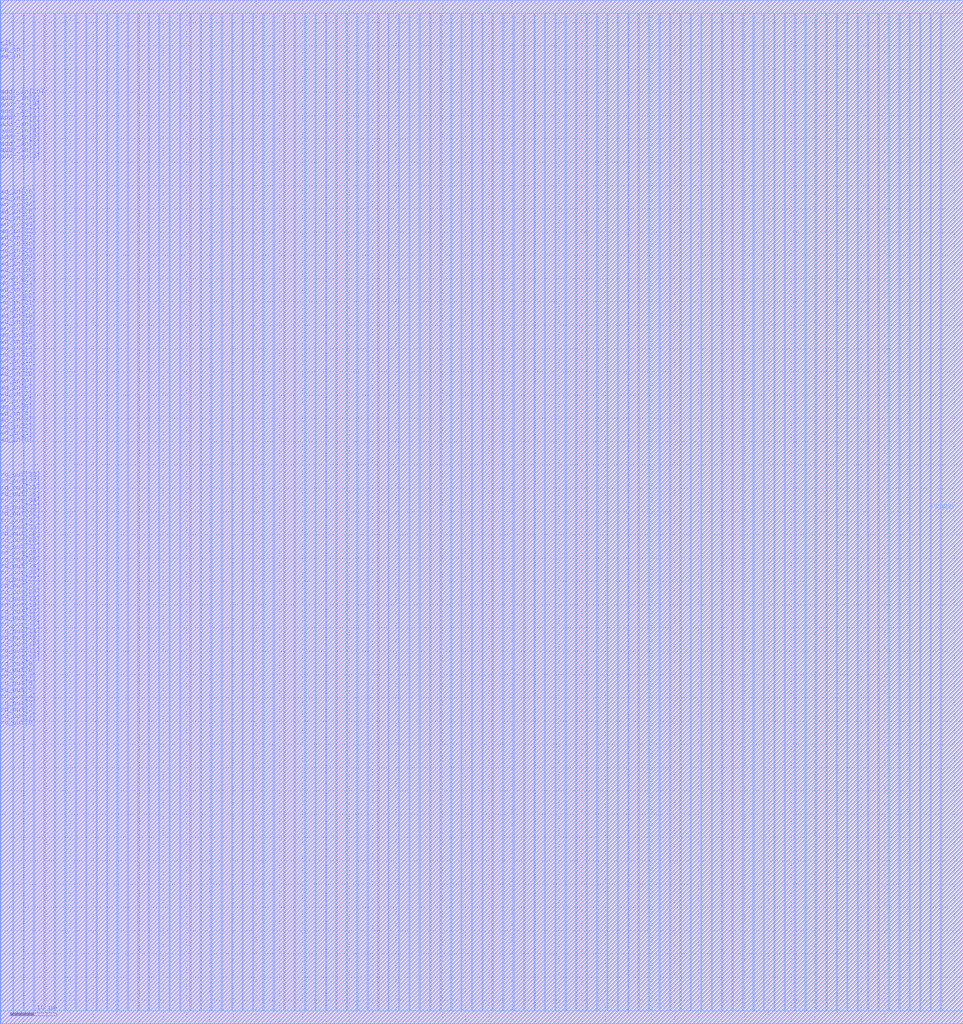
<source format=lef>
VERSION 5.7 ;
BUSBITCHARS "[]" ;
MACRO fakeram45_2048x39_bottom
  FOREIGN fakeram45_2048x39_bottom 0 0 ;
  SYMMETRY X Y R90 ;
  SIZE 206.910 BY 219.800 ;
  CLASS BLOCK ;
  PIN rd_out[0]
    DIRECTION OUTPUT ;
    USE SIGNAL ;
    SHAPE ABUTMENT ;
    PORT
      LAYER M3 ;
      RECT 0.000 63.560 0.070 63.630 ;
    END
  END rd_out[0]
  PIN rd_out[1]
    DIRECTION OUTPUT ;
    USE SIGNAL ;
    SHAPE ABUTMENT ;
    PORT
      LAYER M3 ;
      RECT 0.000 64.960 0.070 65.030 ;
    END
  END rd_out[1]
  PIN rd_out[2]
    DIRECTION OUTPUT ;
    USE SIGNAL ;
    SHAPE ABUTMENT ;
    PORT
      LAYER M3 ;
      RECT 0.000 66.360 0.070 66.430 ;
    END
  END rd_out[2]
  PIN rd_out[3]
    DIRECTION OUTPUT ;
    USE SIGNAL ;
    SHAPE ABUTMENT ;
    PORT
      LAYER M3 ;
      RECT 0.000 67.760 0.070 67.830 ;
    END
  END rd_out[3]
  PIN rd_out[4]
    DIRECTION OUTPUT ;
    USE SIGNAL ;
    SHAPE ABUTMENT ;
    PORT
      LAYER M3 ;
      RECT 0.000 69.160 0.070 69.230 ;
    END
  END rd_out[4]
  PIN rd_out[5]
    DIRECTION OUTPUT ;
    USE SIGNAL ;
    SHAPE ABUTMENT ;
    PORT
      LAYER M3 ;
      RECT 0.000 70.560 0.070 70.630 ;
    END
  END rd_out[5]
  PIN rd_out[6]
    DIRECTION OUTPUT ;
    USE SIGNAL ;
    SHAPE ABUTMENT ;
    PORT
      LAYER M3 ;
      RECT 0.000 71.960 0.070 72.030 ;
    END
  END rd_out[6]
  PIN rd_out[7]
    DIRECTION OUTPUT ;
    USE SIGNAL ;
    SHAPE ABUTMENT ;
    PORT
      LAYER M3 ;
      RECT 0.000 73.360 0.070 73.430 ;
    END
  END rd_out[7]
  PIN rd_out[8]
    DIRECTION OUTPUT ;
    USE SIGNAL ;
    SHAPE ABUTMENT ;
    PORT
      LAYER M3 ;
      RECT 0.000 74.760 0.070 74.830 ;
    END
  END rd_out[8]
  PIN rd_out[9]
    DIRECTION OUTPUT ;
    USE SIGNAL ;
    SHAPE ABUTMENT ;
    PORT
      LAYER M3 ;
      RECT 0.000 76.160 0.070 76.230 ;
    END
  END rd_out[9]
  PIN rd_out[10]
    DIRECTION OUTPUT ;
    USE SIGNAL ;
    SHAPE ABUTMENT ;
    PORT
      LAYER M3 ;
      RECT 0.000 77.560 0.070 77.630 ;
    END
  END rd_out[10]
  PIN rd_out[11]
    DIRECTION OUTPUT ;
    USE SIGNAL ;
    SHAPE ABUTMENT ;
    PORT
      LAYER M3 ;
      RECT 0.000 78.960 0.070 79.030 ;
    END
  END rd_out[11]
  PIN rd_out[12]
    DIRECTION OUTPUT ;
    USE SIGNAL ;
    SHAPE ABUTMENT ;
    PORT
      LAYER M3 ;
      RECT 0.000 80.360 0.070 80.430 ;
    END
  END rd_out[12]
  PIN rd_out[13]
    DIRECTION OUTPUT ;
    USE SIGNAL ;
    SHAPE ABUTMENT ;
    PORT
      LAYER M3 ;
      RECT 0.000 81.760 0.070 81.830 ;
    END
  END rd_out[13]
  PIN rd_out[14]
    DIRECTION OUTPUT ;
    USE SIGNAL ;
    SHAPE ABUTMENT ;
    PORT
      LAYER M3 ;
      RECT 0.000 83.160 0.070 83.230 ;
    END
  END rd_out[14]
  PIN rd_out[15]
    DIRECTION OUTPUT ;
    USE SIGNAL ;
    SHAPE ABUTMENT ;
    PORT
      LAYER M3 ;
      RECT 0.000 84.560 0.070 84.630 ;
    END
  END rd_out[15]
  PIN rd_out[16]
    DIRECTION OUTPUT ;
    USE SIGNAL ;
    SHAPE ABUTMENT ;
    PORT
      LAYER M3 ;
      RECT 0.000 85.960 0.070 86.030 ;
    END
  END rd_out[16]
  PIN rd_out[17]
    DIRECTION OUTPUT ;
    USE SIGNAL ;
    SHAPE ABUTMENT ;
    PORT
      LAYER M3 ;
      RECT 0.000 87.360 0.070 87.430 ;
    END
  END rd_out[17]
  PIN rd_out[18]
    DIRECTION OUTPUT ;
    USE SIGNAL ;
    SHAPE ABUTMENT ;
    PORT
      LAYER M3 ;
      RECT 0.000 88.760 0.070 88.830 ;
    END
  END rd_out[18]
  PIN rd_out[19]
    DIRECTION OUTPUT ;
    USE SIGNAL ;
    SHAPE ABUTMENT ;
    PORT
      LAYER M3 ;
      RECT 0.000 90.160 0.070 90.230 ;
    END
  END rd_out[19]
  PIN rd_out[20]
    DIRECTION OUTPUT ;
    USE SIGNAL ;
    SHAPE ABUTMENT ;
    PORT
      LAYER M3 ;
      RECT 0.000 91.560 0.070 91.630 ;
    END
  END rd_out[20]
  PIN rd_out[21]
    DIRECTION OUTPUT ;
    USE SIGNAL ;
    SHAPE ABUTMENT ;
    PORT
      LAYER M3 ;
      RECT 0.000 92.960 0.070 93.030 ;
    END
  END rd_out[21]
  PIN rd_out[22]
    DIRECTION OUTPUT ;
    USE SIGNAL ;
    SHAPE ABUTMENT ;
    PORT
      LAYER M3 ;
      RECT 0.000 94.360 0.070 94.430 ;
    END
  END rd_out[22]
  PIN rd_out[23]
    DIRECTION OUTPUT ;
    USE SIGNAL ;
    SHAPE ABUTMENT ;
    PORT
      LAYER M3 ;
      RECT 0.000 95.760 0.070 95.830 ;
    END
  END rd_out[23]
  PIN rd_out[24]
    DIRECTION OUTPUT ;
    USE SIGNAL ;
    SHAPE ABUTMENT ;
    PORT
      LAYER M3 ;
      RECT 0.000 97.160 0.070 97.230 ;
    END
  END rd_out[24]
  PIN rd_out[25]
    DIRECTION OUTPUT ;
    USE SIGNAL ;
    SHAPE ABUTMENT ;
    PORT
      LAYER M3 ;
      RECT 0.000 98.560 0.070 98.630 ;
    END
  END rd_out[25]
  PIN rd_out[26]
    DIRECTION OUTPUT ;
    USE SIGNAL ;
    SHAPE ABUTMENT ;
    PORT
      LAYER M3 ;
      RECT 0.000 99.960 0.070 100.030 ;
    END
  END rd_out[26]
  PIN rd_out[27]
    DIRECTION OUTPUT ;
    USE SIGNAL ;
    SHAPE ABUTMENT ;
    PORT
      LAYER M3 ;
      RECT 0.000 101.360 0.070 101.430 ;
    END
  END rd_out[27]
  PIN rd_out[28]
    DIRECTION OUTPUT ;
    USE SIGNAL ;
    SHAPE ABUTMENT ;
    PORT
      LAYER M3 ;
      RECT 0.000 102.760 0.070 102.830 ;
    END
  END rd_out[28]
  PIN rd_out[29]
    DIRECTION OUTPUT ;
    USE SIGNAL ;
    SHAPE ABUTMENT ;
    PORT
      LAYER M3 ;
      RECT 0.000 104.160 0.070 104.230 ;
    END
  END rd_out[29]
  PIN rd_out[30]
    DIRECTION OUTPUT ;
    USE SIGNAL ;
    SHAPE ABUTMENT ;
    PORT
      LAYER M3 ;
      RECT 0.000 105.560 0.070 105.630 ;
    END
  END rd_out[30]
  PIN rd_out[31]
    DIRECTION OUTPUT ;
    USE SIGNAL ;
    SHAPE ABUTMENT ;
    PORT
      LAYER M3 ;
      RECT 0.000 106.960 0.070 107.030 ;
    END
  END rd_out[31]
  PIN rd_out[32]
    DIRECTION OUTPUT ;
    USE SIGNAL ;
    SHAPE ABUTMENT ;
    PORT
      LAYER M3 ;
      RECT 0.000 108.360 0.070 108.430 ;
    END
  END rd_out[32]
  PIN rd_out[33]
    DIRECTION OUTPUT ;
    USE SIGNAL ;
    SHAPE ABUTMENT ;
    PORT
      LAYER M3 ;
      RECT 0.000 109.760 0.070 109.830 ;
    END
  END rd_out[33]
  PIN rd_out[34]
    DIRECTION OUTPUT ;
    USE SIGNAL ;
    SHAPE ABUTMENT ;
    PORT
      LAYER M3 ;
      RECT 0.000 111.160 0.070 111.230 ;
    END
  END rd_out[34]
  PIN rd_out[35]
    DIRECTION OUTPUT ;
    USE SIGNAL ;
    SHAPE ABUTMENT ;
    PORT
      LAYER M3 ;
      RECT 0.000 112.560 0.070 112.630 ;
    END
  END rd_out[35]
  PIN rd_out[36]
    DIRECTION OUTPUT ;
    USE SIGNAL ;
    SHAPE ABUTMENT ;
    PORT
      LAYER M3 ;
      RECT 0.000 113.960 0.070 114.030 ;
    END
  END rd_out[36]
  PIN rd_out[37]
    DIRECTION OUTPUT ;
    USE SIGNAL ;
    SHAPE ABUTMENT ;
    PORT
      LAYER M3 ;
      RECT 0.000 115.360 0.070 115.430 ;
    END
  END rd_out[37]
  PIN rd_out[38]
    DIRECTION OUTPUT ;
    USE SIGNAL ;
    SHAPE ABUTMENT ;
    PORT
      LAYER M3 ;
      RECT 0.000 116.760 0.070 116.830 ;
    END
  END rd_out[38]
  PIN wd_in[0]
    DIRECTION INPUT ;
    USE SIGNAL ;
    SHAPE ABUTMENT ;
    PORT
      LAYER M3 ;
      RECT 0.000 124.320 0.070 124.390 ;
    END
  END wd_in[0]
  PIN wd_in[1]
    DIRECTION INPUT ;
    USE SIGNAL ;
    SHAPE ABUTMENT ;
    PORT
      LAYER M3 ;
      RECT 0.000 125.720 0.070 125.790 ;
    END
  END wd_in[1]
  PIN wd_in[2]
    DIRECTION INPUT ;
    USE SIGNAL ;
    SHAPE ABUTMENT ;
    PORT
      LAYER M3 ;
      RECT 0.000 127.120 0.070 127.190 ;
    END
  END wd_in[2]
  PIN wd_in[3]
    DIRECTION INPUT ;
    USE SIGNAL ;
    SHAPE ABUTMENT ;
    PORT
      LAYER M3 ;
      RECT 0.000 128.520 0.070 128.590 ;
    END
  END wd_in[3]
  PIN wd_in[4]
    DIRECTION INPUT ;
    USE SIGNAL ;
    SHAPE ABUTMENT ;
    PORT
      LAYER M3 ;
      RECT 0.000 129.920 0.070 129.990 ;
    END
  END wd_in[4]
  PIN wd_in[5]
    DIRECTION INPUT ;
    USE SIGNAL ;
    SHAPE ABUTMENT ;
    PORT
      LAYER M3 ;
      RECT 0.000 131.320 0.070 131.390 ;
    END
  END wd_in[5]
  PIN wd_in[6]
    DIRECTION INPUT ;
    USE SIGNAL ;
    SHAPE ABUTMENT ;
    PORT
      LAYER M3 ;
      RECT 0.000 132.720 0.070 132.790 ;
    END
  END wd_in[6]
  PIN wd_in[7]
    DIRECTION INPUT ;
    USE SIGNAL ;
    SHAPE ABUTMENT ;
    PORT
      LAYER M3 ;
      RECT 0.000 134.120 0.070 134.190 ;
    END
  END wd_in[7]
  PIN wd_in[8]
    DIRECTION INPUT ;
    USE SIGNAL ;
    SHAPE ABUTMENT ;
    PORT
      LAYER M3 ;
      RECT 0.000 135.520 0.070 135.590 ;
    END
  END wd_in[8]
  PIN wd_in[9]
    DIRECTION INPUT ;
    USE SIGNAL ;
    SHAPE ABUTMENT ;
    PORT
      LAYER M3 ;
      RECT 0.000 136.920 0.070 136.990 ;
    END
  END wd_in[9]
  PIN wd_in[10]
    DIRECTION INPUT ;
    USE SIGNAL ;
    SHAPE ABUTMENT ;
    PORT
      LAYER M3 ;
      RECT 0.000 138.320 0.070 138.390 ;
    END
  END wd_in[10]
  PIN wd_in[11]
    DIRECTION INPUT ;
    USE SIGNAL ;
    SHAPE ABUTMENT ;
    PORT
      LAYER M3 ;
      RECT 0.000 139.720 0.070 139.790 ;
    END
  END wd_in[11]
  PIN wd_in[12]
    DIRECTION INPUT ;
    USE SIGNAL ;
    SHAPE ABUTMENT ;
    PORT
      LAYER M3 ;
      RECT 0.000 141.120 0.070 141.190 ;
    END
  END wd_in[12]
  PIN wd_in[13]
    DIRECTION INPUT ;
    USE SIGNAL ;
    SHAPE ABUTMENT ;
    PORT
      LAYER M3 ;
      RECT 0.000 142.520 0.070 142.590 ;
    END
  END wd_in[13]
  PIN wd_in[14]
    DIRECTION INPUT ;
    USE SIGNAL ;
    SHAPE ABUTMENT ;
    PORT
      LAYER M3 ;
      RECT 0.000 143.920 0.070 143.990 ;
    END
  END wd_in[14]
  PIN wd_in[15]
    DIRECTION INPUT ;
    USE SIGNAL ;
    SHAPE ABUTMENT ;
    PORT
      LAYER M3 ;
      RECT 0.000 145.320 0.070 145.390 ;
    END
  END wd_in[15]
  PIN wd_in[16]
    DIRECTION INPUT ;
    USE SIGNAL ;
    SHAPE ABUTMENT ;
    PORT
      LAYER M3 ;
      RECT 0.000 146.720 0.070 146.790 ;
    END
  END wd_in[16]
  PIN wd_in[17]
    DIRECTION INPUT ;
    USE SIGNAL ;
    SHAPE ABUTMENT ;
    PORT
      LAYER M3 ;
      RECT 0.000 148.120 0.070 148.190 ;
    END
  END wd_in[17]
  PIN wd_in[18]
    DIRECTION INPUT ;
    USE SIGNAL ;
    SHAPE ABUTMENT ;
    PORT
      LAYER M3 ;
      RECT 0.000 149.520 0.070 149.590 ;
    END
  END wd_in[18]
  PIN wd_in[19]
    DIRECTION INPUT ;
    USE SIGNAL ;
    SHAPE ABUTMENT ;
    PORT
      LAYER M3 ;
      RECT 0.000 150.920 0.070 150.990 ;
    END
  END wd_in[19]
  PIN wd_in[20]
    DIRECTION INPUT ;
    USE SIGNAL ;
    SHAPE ABUTMENT ;
    PORT
      LAYER M3 ;
      RECT 0.000 152.320 0.070 152.390 ;
    END
  END wd_in[20]
  PIN wd_in[21]
    DIRECTION INPUT ;
    USE SIGNAL ;
    SHAPE ABUTMENT ;
    PORT
      LAYER M3 ;
      RECT 0.000 153.720 0.070 153.790 ;
    END
  END wd_in[21]
  PIN wd_in[22]
    DIRECTION INPUT ;
    USE SIGNAL ;
    SHAPE ABUTMENT ;
    PORT
      LAYER M3 ;
      RECT 0.000 155.120 0.070 155.190 ;
    END
  END wd_in[22]
  PIN wd_in[23]
    DIRECTION INPUT ;
    USE SIGNAL ;
    SHAPE ABUTMENT ;
    PORT
      LAYER M3 ;
      RECT 0.000 156.520 0.070 156.590 ;
    END
  END wd_in[23]
  PIN wd_in[24]
    DIRECTION INPUT ;
    USE SIGNAL ;
    SHAPE ABUTMENT ;
    PORT
      LAYER M3 ;
      RECT 0.000 157.920 0.070 157.990 ;
    END
  END wd_in[24]
  PIN wd_in[25]
    DIRECTION INPUT ;
    USE SIGNAL ;
    SHAPE ABUTMENT ;
    PORT
      LAYER M3 ;
      RECT 0.000 159.320 0.070 159.390 ;
    END
  END wd_in[25]
  PIN wd_in[26]
    DIRECTION INPUT ;
    USE SIGNAL ;
    SHAPE ABUTMENT ;
    PORT
      LAYER M3 ;
      RECT 0.000 160.720 0.070 160.790 ;
    END
  END wd_in[26]
  PIN wd_in[27]
    DIRECTION INPUT ;
    USE SIGNAL ;
    SHAPE ABUTMENT ;
    PORT
      LAYER M3 ;
      RECT 0.000 162.120 0.070 162.190 ;
    END
  END wd_in[27]
  PIN wd_in[28]
    DIRECTION INPUT ;
    USE SIGNAL ;
    SHAPE ABUTMENT ;
    PORT
      LAYER M3 ;
      RECT 0.000 163.520 0.070 163.590 ;
    END
  END wd_in[28]
  PIN wd_in[29]
    DIRECTION INPUT ;
    USE SIGNAL ;
    SHAPE ABUTMENT ;
    PORT
      LAYER M3 ;
      RECT 0.000 164.920 0.070 164.990 ;
    END
  END wd_in[29]
  PIN wd_in[30]
    DIRECTION INPUT ;
    USE SIGNAL ;
    SHAPE ABUTMENT ;
    PORT
      LAYER M3 ;
      RECT 0.000 166.320 0.070 166.390 ;
    END
  END wd_in[30]
  PIN wd_in[31]
    DIRECTION INPUT ;
    USE SIGNAL ;
    SHAPE ABUTMENT ;
    PORT
      LAYER M3 ;
      RECT 0.000 167.720 0.070 167.790 ;
    END
  END wd_in[31]
  PIN wd_in[32]
    DIRECTION INPUT ;
    USE SIGNAL ;
    SHAPE ABUTMENT ;
    PORT
      LAYER M3 ;
      RECT 0.000 169.120 0.070 169.190 ;
    END
  END wd_in[32]
  PIN wd_in[33]
    DIRECTION INPUT ;
    USE SIGNAL ;
    SHAPE ABUTMENT ;
    PORT
      LAYER M3 ;
      RECT 0.000 170.520 0.070 170.590 ;
    END
  END wd_in[33]
  PIN wd_in[34]
    DIRECTION INPUT ;
    USE SIGNAL ;
    SHAPE ABUTMENT ;
    PORT
      LAYER M3 ;
      RECT 0.000 171.920 0.070 171.990 ;
    END
  END wd_in[34]
  PIN wd_in[35]
    DIRECTION INPUT ;
    USE SIGNAL ;
    SHAPE ABUTMENT ;
    PORT
      LAYER M3 ;
      RECT 0.000 173.320 0.070 173.390 ;
    END
  END wd_in[35]
  PIN wd_in[36]
    DIRECTION INPUT ;
    USE SIGNAL ;
    SHAPE ABUTMENT ;
    PORT
      LAYER M3 ;
      RECT 0.000 174.720 0.070 174.790 ;
    END
  END wd_in[36]
  PIN wd_in[37]
    DIRECTION INPUT ;
    USE SIGNAL ;
    SHAPE ABUTMENT ;
    PORT
      LAYER M3 ;
      RECT 0.000 176.120 0.070 176.190 ;
    END
  END wd_in[37]
  PIN wd_in[38]
    DIRECTION INPUT ;
    USE SIGNAL ;
    SHAPE ABUTMENT ;
    PORT
      LAYER M3 ;
      RECT 0.000 177.520 0.070 177.590 ;
    END
  END wd_in[38]
  PIN addr_in[0]
    DIRECTION INPUT ;
    USE SIGNAL ;
    SHAPE ABUTMENT ;
    PORT
      LAYER M3 ;
      RECT 0.000 185.080 0.070 185.150 ;
    END
  END addr_in[0]
  PIN addr_in[1]
    DIRECTION INPUT ;
    USE SIGNAL ;
    SHAPE ABUTMENT ;
    PORT
      LAYER M3 ;
      RECT 0.000 186.480 0.070 186.550 ;
    END
  END addr_in[1]
  PIN addr_in[2]
    DIRECTION INPUT ;
    USE SIGNAL ;
    SHAPE ABUTMENT ;
    PORT
      LAYER M3 ;
      RECT 0.000 187.880 0.070 187.950 ;
    END
  END addr_in[2]
  PIN addr_in[3]
    DIRECTION INPUT ;
    USE SIGNAL ;
    SHAPE ABUTMENT ;
    PORT
      LAYER M3 ;
      RECT 0.000 189.280 0.070 189.350 ;
    END
  END addr_in[3]
  PIN addr_in[4]
    DIRECTION INPUT ;
    USE SIGNAL ;
    SHAPE ABUTMENT ;
    PORT
      LAYER M3 ;
      RECT 0.000 190.680 0.070 190.750 ;
    END
  END addr_in[4]
  PIN addr_in[5]
    DIRECTION INPUT ;
    USE SIGNAL ;
    SHAPE ABUTMENT ;
    PORT
      LAYER M3 ;
      RECT 0.000 192.080 0.070 192.150 ;
    END
  END addr_in[5]
  PIN addr_in[6]
    DIRECTION INPUT ;
    USE SIGNAL ;
    SHAPE ABUTMENT ;
    PORT
      LAYER M3 ;
      RECT 0.000 193.480 0.070 193.550 ;
    END
  END addr_in[6]
  PIN addr_in[7]
    DIRECTION INPUT ;
    USE SIGNAL ;
    SHAPE ABUTMENT ;
    PORT
      LAYER M3 ;
      RECT 0.000 194.880 0.070 194.950 ;
    END
  END addr_in[7]
  PIN addr_in[8]
    DIRECTION INPUT ;
    USE SIGNAL ;
    SHAPE ABUTMENT ;
    PORT
      LAYER M3 ;
      RECT 0.000 196.280 0.070 196.350 ;
    END
  END addr_in[8]
  PIN addr_in[9]
    DIRECTION INPUT ;
    USE SIGNAL ;
    SHAPE ABUTMENT ;
    PORT
      LAYER M3 ;
      RECT 0.000 197.680 0.070 197.750 ;
    END
  END addr_in[9]
  PIN addr_in[10]
    DIRECTION INPUT ;
    USE SIGNAL ;
    SHAPE ABUTMENT ;
    PORT
      LAYER M3 ;
      RECT 0.000 199.080 0.070 199.150 ;
    END
  END addr_in[10]
  PIN we_in
    DIRECTION INPUT ;
    USE SIGNAL ;
    SHAPE ABUTMENT ;
    PORT
      LAYER M3 ;
      RECT 0.000 206.640 0.070 206.710 ;
    END
  END we_in
  PIN ce_in
    DIRECTION INPUT ;
    USE SIGNAL ;
    SHAPE ABUTMENT ;
    PORT
      LAYER M3 ;
      RECT 0.000 208.040 0.070 208.110 ;
    END
  END ce_in
  PIN clk
    DIRECTION INPUT ;
    USE SIGNAL ;
    SHAPE ABUTMENT ;
    PORT
      LAYER M3 ;
      RECT 0.000 209.440 0.070 209.510 ;
    END
  END clk
  PIN VSS
    DIRECTION INOUT ;
    USE GROUND ;
    PORT
      LAYER M4 ;
      RECT 2.660 2.800 2.940 217.000 ;
      RECT 7.140 2.800 7.420 217.000 ;
      RECT 11.620 2.800 11.900 217.000 ;
      RECT 16.100 2.800 16.380 217.000 ;
      RECT 20.580 2.800 20.860 217.000 ;
      RECT 25.060 2.800 25.340 217.000 ;
      RECT 29.540 2.800 29.820 217.000 ;
      RECT 34.020 2.800 34.300 217.000 ;
      RECT 38.500 2.800 38.780 217.000 ;
      RECT 42.980 2.800 43.260 217.000 ;
      RECT 47.460 2.800 47.740 217.000 ;
      RECT 51.940 2.800 52.220 217.000 ;
      RECT 56.420 2.800 56.700 217.000 ;
      RECT 60.900 2.800 61.180 217.000 ;
      RECT 65.380 2.800 65.660 217.000 ;
      RECT 69.860 2.800 70.140 217.000 ;
      RECT 74.340 2.800 74.620 217.000 ;
      RECT 78.820 2.800 79.100 217.000 ;
      RECT 83.300 2.800 83.580 217.000 ;
      RECT 87.780 2.800 88.060 217.000 ;
      RECT 92.260 2.800 92.540 217.000 ;
      RECT 96.740 2.800 97.020 217.000 ;
      RECT 101.220 2.800 101.500 217.000 ;
      RECT 105.700 2.800 105.980 217.000 ;
      RECT 110.180 2.800 110.460 217.000 ;
      RECT 114.660 2.800 114.940 217.000 ;
      RECT 119.140 2.800 119.420 217.000 ;
      RECT 123.620 2.800 123.900 217.000 ;
      RECT 128.100 2.800 128.380 217.000 ;
      RECT 132.580 2.800 132.860 217.000 ;
      RECT 137.060 2.800 137.340 217.000 ;
      RECT 141.540 2.800 141.820 217.000 ;
      RECT 146.020 2.800 146.300 217.000 ;
      RECT 150.500 2.800 150.780 217.000 ;
      RECT 154.980 2.800 155.260 217.000 ;
      RECT 159.460 2.800 159.740 217.000 ;
      RECT 163.940 2.800 164.220 217.000 ;
      RECT 168.420 2.800 168.700 217.000 ;
      RECT 172.900 2.800 173.180 217.000 ;
      RECT 177.380 2.800 177.660 217.000 ;
      RECT 181.860 2.800 182.140 217.000 ;
      RECT 186.340 2.800 186.620 217.000 ;
      RECT 190.820 2.800 191.100 217.000 ;
      RECT 195.300 2.800 195.580 217.000 ;
      RECT 199.780 2.800 200.060 217.000 ;
    END
  END VSS
  PIN VDD
    DIRECTION INOUT ;
    USE POWER ;
    PORT
      LAYER M4 ;
      RECT 4.900 2.800 5.180 217.000 ;
      RECT 9.380 2.800 9.660 217.000 ;
      RECT 13.860 2.800 14.140 217.000 ;
      RECT 18.340 2.800 18.620 217.000 ;
      RECT 22.820 2.800 23.100 217.000 ;
      RECT 27.300 2.800 27.580 217.000 ;
      RECT 31.780 2.800 32.060 217.000 ;
      RECT 36.260 2.800 36.540 217.000 ;
      RECT 40.740 2.800 41.020 217.000 ;
      RECT 45.220 2.800 45.500 217.000 ;
      RECT 49.700 2.800 49.980 217.000 ;
      RECT 54.180 2.800 54.460 217.000 ;
      RECT 58.660 2.800 58.940 217.000 ;
      RECT 63.140 2.800 63.420 217.000 ;
      RECT 67.620 2.800 67.900 217.000 ;
      RECT 72.100 2.800 72.380 217.000 ;
      RECT 76.580 2.800 76.860 217.000 ;
      RECT 81.060 2.800 81.340 217.000 ;
      RECT 85.540 2.800 85.820 217.000 ;
      RECT 90.020 2.800 90.300 217.000 ;
      RECT 94.500 2.800 94.780 217.000 ;
      RECT 98.980 2.800 99.260 217.000 ;
      RECT 103.460 2.800 103.740 217.000 ;
      RECT 107.940 2.800 108.220 217.000 ;
      RECT 112.420 2.800 112.700 217.000 ;
      RECT 116.900 2.800 117.180 217.000 ;
      RECT 121.380 2.800 121.660 217.000 ;
      RECT 125.860 2.800 126.140 217.000 ;
      RECT 130.340 2.800 130.620 217.000 ;
      RECT 134.820 2.800 135.100 217.000 ;
      RECT 139.300 2.800 139.580 217.000 ;
      RECT 143.780 2.800 144.060 217.000 ;
      RECT 148.260 2.800 148.540 217.000 ;
      RECT 152.740 2.800 153.020 217.000 ;
      RECT 157.220 2.800 157.500 217.000 ;
      RECT 161.700 2.800 161.980 217.000 ;
      RECT 166.180 2.800 166.460 217.000 ;
      RECT 170.660 2.800 170.940 217.000 ;
      RECT 175.140 2.800 175.420 217.000 ;
      RECT 179.620 2.800 179.900 217.000 ;
      RECT 184.100 2.800 184.380 217.000 ;
      RECT 188.580 2.800 188.860 217.000 ;
      RECT 193.060 2.800 193.340 217.000 ;
      RECT 197.540 2.800 197.820 217.000 ;
      RECT 202.020 2.800 202.300 217.000 ;
    END
  END VDD
  OBS
    LAYER M1 ;
    RECT 0 0 206.910 219.800 ;
    LAYER M2 ;
    RECT 0 0 206.910 219.800 ;
    LAYER M3 ;
    RECT 0.070 0 206.910 219.800 ;
    RECT 0 0.000 0.070 2.800 ;
    RECT 0 2.870 0.070 4.200 ;
    RECT 0 4.270 0.070 5.600 ;
    RECT 0 5.670 0.070 7.000 ;
    RECT 0 7.070 0.070 8.400 ;
    RECT 0 8.470 0.070 9.800 ;
    RECT 0 9.870 0.070 11.200 ;
    RECT 0 11.270 0.070 12.600 ;
    RECT 0 12.670 0.070 14.000 ;
    RECT 0 14.070 0.070 15.400 ;
    RECT 0 15.470 0.070 16.800 ;
    RECT 0 16.870 0.070 18.200 ;
    RECT 0 18.270 0.070 19.600 ;
    RECT 0 19.670 0.070 21.000 ;
    RECT 0 21.070 0.070 22.400 ;
    RECT 0 22.470 0.070 23.800 ;
    RECT 0 23.870 0.070 25.200 ;
    RECT 0 25.270 0.070 26.600 ;
    RECT 0 26.670 0.070 28.000 ;
    RECT 0 28.070 0.070 29.400 ;
    RECT 0 29.470 0.070 30.800 ;
    RECT 0 30.870 0.070 32.200 ;
    RECT 0 32.270 0.070 33.600 ;
    RECT 0 33.670 0.070 35.000 ;
    RECT 0 35.070 0.070 36.400 ;
    RECT 0 36.470 0.070 37.800 ;
    RECT 0 37.870 0.070 39.200 ;
    RECT 0 39.270 0.070 40.600 ;
    RECT 0 40.670 0.070 42.000 ;
    RECT 0 42.070 0.070 43.400 ;
    RECT 0 43.470 0.070 44.800 ;
    RECT 0 44.870 0.070 46.200 ;
    RECT 0 46.270 0.070 47.600 ;
    RECT 0 47.670 0.070 49.000 ;
    RECT 0 49.070 0.070 50.400 ;
    RECT 0 50.470 0.070 51.800 ;
    RECT 0 51.870 0.070 53.200 ;
    RECT 0 53.270 0.070 54.600 ;
    RECT 0 54.670 0.070 56.000 ;
    RECT 0 56.070 0.070 63.560 ;
    RECT 0 63.630 0.070 64.960 ;
    RECT 0 65.030 0.070 66.360 ;
    RECT 0 66.430 0.070 67.760 ;
    RECT 0 67.830 0.070 69.160 ;
    RECT 0 69.230 0.070 70.560 ;
    RECT 0 70.630 0.070 71.960 ;
    RECT 0 72.030 0.070 73.360 ;
    RECT 0 73.430 0.070 74.760 ;
    RECT 0 74.830 0.070 76.160 ;
    RECT 0 76.230 0.070 77.560 ;
    RECT 0 77.630 0.070 78.960 ;
    RECT 0 79.030 0.070 80.360 ;
    RECT 0 80.430 0.070 81.760 ;
    RECT 0 81.830 0.070 83.160 ;
    RECT 0 83.230 0.070 84.560 ;
    RECT 0 84.630 0.070 85.960 ;
    RECT 0 86.030 0.070 87.360 ;
    RECT 0 87.430 0.070 88.760 ;
    RECT 0 88.830 0.070 90.160 ;
    RECT 0 90.230 0.070 91.560 ;
    RECT 0 91.630 0.070 92.960 ;
    RECT 0 93.030 0.070 94.360 ;
    RECT 0 94.430 0.070 95.760 ;
    RECT 0 95.830 0.070 97.160 ;
    RECT 0 97.230 0.070 98.560 ;
    RECT 0 98.630 0.070 99.960 ;
    RECT 0 100.030 0.070 101.360 ;
    RECT 0 101.430 0.070 102.760 ;
    RECT 0 102.830 0.070 104.160 ;
    RECT 0 104.230 0.070 105.560 ;
    RECT 0 105.630 0.070 106.960 ;
    RECT 0 107.030 0.070 108.360 ;
    RECT 0 108.430 0.070 109.760 ;
    RECT 0 109.830 0.070 111.160 ;
    RECT 0 111.230 0.070 112.560 ;
    RECT 0 112.630 0.070 113.960 ;
    RECT 0 114.030 0.070 115.360 ;
    RECT 0 115.430 0.070 116.760 ;
    RECT 0 116.830 0.070 124.320 ;
    RECT 0 124.390 0.070 125.720 ;
    RECT 0 125.790 0.070 127.120 ;
    RECT 0 127.190 0.070 128.520 ;
    RECT 0 128.590 0.070 129.920 ;
    RECT 0 129.990 0.070 131.320 ;
    RECT 0 131.390 0.070 132.720 ;
    RECT 0 132.790 0.070 134.120 ;
    RECT 0 134.190 0.070 135.520 ;
    RECT 0 135.590 0.070 136.920 ;
    RECT 0 136.990 0.070 138.320 ;
    RECT 0 138.390 0.070 139.720 ;
    RECT 0 139.790 0.070 141.120 ;
    RECT 0 141.190 0.070 142.520 ;
    RECT 0 142.590 0.070 143.920 ;
    RECT 0 143.990 0.070 145.320 ;
    RECT 0 145.390 0.070 146.720 ;
    RECT 0 146.790 0.070 148.120 ;
    RECT 0 148.190 0.070 149.520 ;
    RECT 0 149.590 0.070 150.920 ;
    RECT 0 150.990 0.070 152.320 ;
    RECT 0 152.390 0.070 153.720 ;
    RECT 0 153.790 0.070 155.120 ;
    RECT 0 155.190 0.070 156.520 ;
    RECT 0 156.590 0.070 157.920 ;
    RECT 0 157.990 0.070 159.320 ;
    RECT 0 159.390 0.070 160.720 ;
    RECT 0 160.790 0.070 162.120 ;
    RECT 0 162.190 0.070 163.520 ;
    RECT 0 163.590 0.070 164.920 ;
    RECT 0 164.990 0.070 166.320 ;
    RECT 0 166.390 0.070 167.720 ;
    RECT 0 167.790 0.070 169.120 ;
    RECT 0 169.190 0.070 170.520 ;
    RECT 0 170.590 0.070 171.920 ;
    RECT 0 171.990 0.070 173.320 ;
    RECT 0 173.390 0.070 174.720 ;
    RECT 0 174.790 0.070 176.120 ;
    RECT 0 176.190 0.070 177.520 ;
    RECT 0 177.590 0.070 185.080 ;
    RECT 0 185.150 0.070 186.480 ;
    RECT 0 186.550 0.070 187.880 ;
    RECT 0 187.950 0.070 189.280 ;
    RECT 0 189.350 0.070 190.680 ;
    RECT 0 190.750 0.070 192.080 ;
    RECT 0 192.150 0.070 193.480 ;
    RECT 0 193.550 0.070 194.880 ;
    RECT 0 194.950 0.070 196.280 ;
    RECT 0 196.350 0.070 197.680 ;
    RECT 0 197.750 0.070 199.080 ;
    RECT 0 199.150 0.070 206.640 ;
    RECT 0 206.710 0.070 208.040 ;
    RECT 0 208.110 0.070 209.440 ;
    RECT 0 209.510 0.070 219.800 ;
    LAYER M4 ;
    RECT 0 0 206.910 2.800 ;
    RECT 0 217.000 206.910 219.800 ;
    RECT 0.000 2.800 2.660 217.000 ;
    RECT 2.940 2.800 4.900 217.000 ;
    RECT 5.180 2.800 7.140 217.000 ;
    RECT 7.420 2.800 9.380 217.000 ;
    RECT 9.660 2.800 11.620 217.000 ;
    RECT 11.900 2.800 13.860 217.000 ;
    RECT 14.140 2.800 16.100 217.000 ;
    RECT 16.380 2.800 18.340 217.000 ;
    RECT 18.620 2.800 20.580 217.000 ;
    RECT 20.860 2.800 22.820 217.000 ;
    RECT 23.100 2.800 25.060 217.000 ;
    RECT 25.340 2.800 27.300 217.000 ;
    RECT 27.580 2.800 29.540 217.000 ;
    RECT 29.820 2.800 31.780 217.000 ;
    RECT 32.060 2.800 34.020 217.000 ;
    RECT 34.300 2.800 36.260 217.000 ;
    RECT 36.540 2.800 38.500 217.000 ;
    RECT 38.780 2.800 40.740 217.000 ;
    RECT 41.020 2.800 42.980 217.000 ;
    RECT 43.260 2.800 45.220 217.000 ;
    RECT 45.500 2.800 47.460 217.000 ;
    RECT 47.740 2.800 49.700 217.000 ;
    RECT 49.980 2.800 51.940 217.000 ;
    RECT 52.220 2.800 54.180 217.000 ;
    RECT 54.460 2.800 56.420 217.000 ;
    RECT 56.700 2.800 58.660 217.000 ;
    RECT 58.940 2.800 60.900 217.000 ;
    RECT 61.180 2.800 63.140 217.000 ;
    RECT 63.420 2.800 65.380 217.000 ;
    RECT 65.660 2.800 67.620 217.000 ;
    RECT 67.900 2.800 69.860 217.000 ;
    RECT 70.140 2.800 72.100 217.000 ;
    RECT 72.380 2.800 74.340 217.000 ;
    RECT 74.620 2.800 76.580 217.000 ;
    RECT 76.860 2.800 78.820 217.000 ;
    RECT 79.100 2.800 81.060 217.000 ;
    RECT 81.340 2.800 83.300 217.000 ;
    RECT 83.580 2.800 85.540 217.000 ;
    RECT 85.820 2.800 87.780 217.000 ;
    RECT 88.060 2.800 90.020 217.000 ;
    RECT 90.300 2.800 92.260 217.000 ;
    RECT 92.540 2.800 94.500 217.000 ;
    RECT 94.780 2.800 96.740 217.000 ;
    RECT 97.020 2.800 98.980 217.000 ;
    RECT 99.260 2.800 101.220 217.000 ;
    RECT 101.500 2.800 103.460 217.000 ;
    RECT 103.740 2.800 105.700 217.000 ;
    RECT 105.980 2.800 107.940 217.000 ;
    RECT 108.220 2.800 110.180 217.000 ;
    RECT 110.460 2.800 112.420 217.000 ;
    RECT 112.700 2.800 114.660 217.000 ;
    RECT 114.940 2.800 116.900 217.000 ;
    RECT 117.180 2.800 119.140 217.000 ;
    RECT 119.420 2.800 121.380 217.000 ;
    RECT 121.660 2.800 123.620 217.000 ;
    RECT 123.900 2.800 125.860 217.000 ;
    RECT 126.140 2.800 128.100 217.000 ;
    RECT 128.380 2.800 130.340 217.000 ;
    RECT 130.620 2.800 132.580 217.000 ;
    RECT 132.860 2.800 134.820 217.000 ;
    RECT 135.100 2.800 137.060 217.000 ;
    RECT 137.340 2.800 139.300 217.000 ;
    RECT 139.580 2.800 141.540 217.000 ;
    RECT 141.820 2.800 143.780 217.000 ;
    RECT 144.060 2.800 146.020 217.000 ;
    RECT 146.300 2.800 148.260 217.000 ;
    RECT 148.540 2.800 150.500 217.000 ;
    RECT 150.780 2.800 152.740 217.000 ;
    RECT 153.020 2.800 154.980 217.000 ;
    RECT 155.260 2.800 157.220 217.000 ;
    RECT 157.500 2.800 159.460 217.000 ;
    RECT 159.740 2.800 161.700 217.000 ;
    RECT 161.980 2.800 163.940 217.000 ;
    RECT 164.220 2.800 166.180 217.000 ;
    RECT 166.460 2.800 168.420 217.000 ;
    RECT 168.700 2.800 170.660 217.000 ;
    RECT 170.940 2.800 172.900 217.000 ;
    RECT 173.180 2.800 175.140 217.000 ;
    RECT 175.420 2.800 177.380 217.000 ;
    RECT 177.660 2.800 179.620 217.000 ;
    RECT 179.900 2.800 181.860 217.000 ;
    RECT 182.140 2.800 184.100 217.000 ;
    RECT 184.380 2.800 186.340 217.000 ;
    RECT 186.620 2.800 188.580 217.000 ;
    RECT 188.860 2.800 190.820 217.000 ;
    RECT 191.100 2.800 193.060 217.000 ;
    RECT 193.340 2.800 195.300 217.000 ;
    RECT 195.580 2.800 197.540 217.000 ;
    RECT 197.820 2.800 199.780 217.000 ;
    RECT 200.060 2.800 202.020 217.000 ;
    RECT 202.300 2.800 206.910 217.000 ;
  END
END fakeram45_2048x39_bottom

END LIBRARY

</source>
